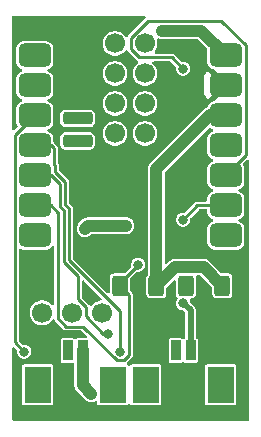
<source format=gbr>
%TF.GenerationSoftware,KiCad,Pcbnew,9.0.1*%
%TF.CreationDate,2025-06-09T01:02:34-04:00*%
%TF.ProjectId,Pneumatactors_1Xiao_PiezoPumps_2Valves,506e6575-6d61-4746-9163-746f72735f31,rev?*%
%TF.SameCoordinates,Original*%
%TF.FileFunction,Copper,L1,Top*%
%TF.FilePolarity,Positive*%
%FSLAX46Y46*%
G04 Gerber Fmt 4.6, Leading zero omitted, Abs format (unit mm)*
G04 Created by KiCad (PCBNEW 9.0.1) date 2025-06-09 01:02:34*
%MOMM*%
%LPD*%
G01*
G04 APERTURE LIST*
G04 Aperture macros list*
%AMRoundRect*
0 Rectangle with rounded corners*
0 $1 Rounding radius*
0 $2 $3 $4 $5 $6 $7 $8 $9 X,Y pos of 4 corners*
0 Add a 4 corners polygon primitive as box body*
4,1,4,$2,$3,$4,$5,$6,$7,$8,$9,$2,$3,0*
0 Add four circle primitives for the rounded corners*
1,1,$1+$1,$2,$3*
1,1,$1+$1,$4,$5*
1,1,$1+$1,$6,$7*
1,1,$1+$1,$8,$9*
0 Add four rect primitives between the rounded corners*
20,1,$1+$1,$2,$3,$4,$5,0*
20,1,$1+$1,$4,$5,$6,$7,0*
20,1,$1+$1,$6,$7,$8,$9,0*
20,1,$1+$1,$8,$9,$2,$3,0*%
G04 Aperture macros list end*
%TA.AperFunction,SMDPad,CuDef*%
%ADD10RoundRect,0.500000X-0.875000X-0.500000X0.875000X-0.500000X0.875000X0.500000X-0.875000X0.500000X0*%
%TD*%
%TA.AperFunction,SMDPad,CuDef*%
%ADD11RoundRect,0.275000X0.975000X0.275000X-0.975000X0.275000X-0.975000X-0.275000X0.975000X-0.275000X0*%
%TD*%
%TA.AperFunction,SMDPad,CuDef*%
%ADD12C,1.700000*%
%TD*%
%TA.AperFunction,SMDPad,CuDef*%
%ADD13R,0.812800X1.701800*%
%TD*%
%TA.AperFunction,SMDPad,CuDef*%
%ADD14R,2.209800X3.098800*%
%TD*%
%TA.AperFunction,SMDPad,CuDef*%
%ADD15RoundRect,0.250000X-0.400000X-0.625000X0.400000X-0.625000X0.400000X0.625000X-0.400000X0.625000X0*%
%TD*%
%TA.AperFunction,ComponentPad*%
%ADD16C,1.700000*%
%TD*%
%TA.AperFunction,ViaPad*%
%ADD17C,0.800000*%
%TD*%
%TA.AperFunction,Conductor*%
%ADD18C,0.500000*%
%TD*%
%TA.AperFunction,Conductor*%
%ADD19C,1.000000*%
%TD*%
%TA.AperFunction,Conductor*%
%ADD20C,0.250000*%
%TD*%
G04 APERTURE END LIST*
D10*
%TO.P,U1,1,PA02_A0_D0*%
%TO.N,unconnected-(U1-PA02_A0_D0-Pad1)*%
X32151500Y-56705500D03*
%TO.P,U1,2,PA4_A1_D1*%
%TO.N,unconnected-(U1-PA4_A1_D1-Pad2)*%
X32151500Y-59245500D03*
%TO.P,U1,3,PA10_A2_D2*%
%TO.N,V1*%
X32151500Y-61785500D03*
%TO.P,U1,4,PA11_A3_D3*%
%TO.N,V2*%
X32151500Y-64325500D03*
%TO.P,U1,5,PA8_A4_D4_SDA*%
%TO.N,SDA*%
X32151500Y-66865500D03*
%TO.P,U1,6,PA9_A5_D5_SCL*%
%TO.N,SCL*%
X32151500Y-69405500D03*
%TO.P,U1,7,PB08_A6_D6_TX*%
%TO.N,unconnected-(U1-PB08_A6_D6_TX-Pad7)*%
X32151500Y-71945500D03*
%TO.P,U1,8,PB09_A7_D7_RX*%
%TO.N,unconnected-(U1-PB09_A7_D7_RX-Pad8)*%
X48316500Y-71945500D03*
%TO.P,U1,9,PA7_A8_D8_SCK*%
%TO.N,P1_A*%
X48316500Y-69405500D03*
%TO.P,U1,10,PA5_A9_D9_MISO*%
%TO.N,P2_A*%
X48316500Y-66865500D03*
%TO.P,U1,11,PA6_A10_D10_MOSI*%
%TO.N,unconnected-(U1-PA6_A10_D10_MOSI-Pad11)*%
X48316500Y-64325500D03*
%TO.P,U1,12,3V3*%
%TO.N,3V3*%
X48316500Y-61785500D03*
%TO.P,U1,13,GND*%
%TO.N,GND*%
X48316500Y-59245500D03*
%TO.P,U1,14,5V*%
%TO.N,Net-(D1-K)*%
X48316500Y-56705500D03*
D11*
%TO.P,U1,15,5V*%
%TO.N,unconnected-(U1-5V-Pad15)*%
X35761500Y-63943500D03*
%TO.P,U1,16,GND*%
%TO.N,unconnected-(U1-GND-Pad16)*%
X35761500Y-62038500D03*
D12*
%TO.P,U1,17,PA31_SWDIO*%
%TO.N,unconnected-(U1-PA31_SWDIO-Pad17)*%
X38936500Y-55693500D03*
%TO.P,U1,18,PA30_SWCLK*%
%TO.N,unconnected-(U1-PA30_SWCLK-Pad18)*%
X41476500Y-55693500D03*
%TO.P,U1,19,RESET*%
%TO.N,unconnected-(U1-RESET-Pad19)*%
X38936500Y-58233500D03*
%TO.P,U1,20,GND*%
%TO.N,unconnected-(U1-GND-Pad20)*%
X41476500Y-58233500D03*
%TO.P,U1,21*%
%TO.N,N/C*%
X38936500Y-60773500D03*
%TO.P,U1,22*%
X41476500Y-60773500D03*
%TO.P,U1,23*%
X38936500Y-63313500D03*
%TO.P,U1,24*%
X41476500Y-63313500D03*
%TD*%
D13*
%TO.P,J5,1,Pin_1*%
%TO.N,Net-(D2-A)*%
X34935000Y-81682001D03*
%TO.P,J5,2,Pin_2*%
%TO.N,5V*%
X36185000Y-81682001D03*
D14*
%TO.P,J5,3*%
%TO.N,N/C*%
X38735000Y-84582000D03*
%TO.P,J5,4*%
X32385000Y-84582000D03*
%TD*%
D15*
%TO.P,R5,1*%
%TO.N,SDA*%
X44932000Y-76200000D03*
%TO.P,R5,2*%
%TO.N,3V3*%
X48032000Y-76200000D03*
%TD*%
%TO.P,R6,1*%
%TO.N,SCL*%
X39344000Y-76200000D03*
%TO.P,R6,2*%
%TO.N,3V3*%
X42444000Y-76200000D03*
%TD*%
D13*
%TO.P,J6,1,Pin_1*%
%TO.N,Net-(D3-A)*%
X44079000Y-81682001D03*
%TO.P,J6,2,Pin_2*%
%TO.N,5V*%
X45329000Y-81682001D03*
D14*
%TO.P,J6,3*%
%TO.N,N/C*%
X47879000Y-84582000D03*
%TO.P,J6,4*%
X41529000Y-84582000D03*
%TD*%
D16*
%TO.P,U2,1,VIN*%
%TO.N,BATTERY*%
X37846000Y-78486000D03*
%TO.P,U2,2,GND*%
%TO.N,GND*%
X35306000Y-78486000D03*
%TO.P,U2,3,VOUT*%
%TO.N,5V*%
X32766000Y-78486000D03*
%TD*%
D17*
%TO.N,GND*%
X46329600Y-57658000D03*
X46278800Y-60401200D03*
X46278800Y-73456800D03*
%TO.N,5V*%
X36386000Y-71374000D03*
X39878000Y-71120000D03*
X45329000Y-81682001D03*
X36929100Y-85348501D03*
X44704000Y-77675000D03*
%TO.N,Net-(D3-A)*%
X44079000Y-81682001D03*
%TO.N,P1_A*%
X44704000Y-70612000D03*
%TO.N,GND*%
X36576000Y-58166000D03*
X49530000Y-86868000D03*
X40386000Y-68326000D03*
X30683200Y-87071200D03*
X39878000Y-72644000D03*
X34036000Y-55118000D03*
X42672000Y-61976000D03*
X31496000Y-76454000D03*
X36576000Y-76708000D03*
X48869600Y-74218800D03*
X44450000Y-83820000D03*
%TO.N,P2_A*%
X44704000Y-57825000D03*
%TO.N,V1*%
X31242000Y-81788000D03*
%TO.N,V2*%
X39370000Y-81788000D03*
%TO.N,SDA*%
X44704000Y-76404000D03*
X38354000Y-80264000D03*
%TO.N,SCL*%
X32151500Y-69405500D03*
X40894000Y-74422000D03*
%TO.N,Net-(D1-K)*%
X42926000Y-54610000D03*
%TO.N,Net-(D2-A)*%
X34935000Y-81682001D03*
%TD*%
D18*
%TO.N,5V*%
X45329000Y-78300000D02*
X44704000Y-77675000D01*
D19*
X36185000Y-81682001D02*
X36185000Y-84604401D01*
X39878000Y-71120000D02*
X36640000Y-71120000D01*
X36640000Y-71120000D02*
X36386000Y-71374000D01*
X36185000Y-84604401D02*
X36929100Y-85348501D01*
D18*
X45329000Y-81682001D02*
X45329000Y-78300000D01*
D20*
%TO.N,P1_A*%
X44704000Y-70612000D02*
X45910500Y-69405500D01*
X45910500Y-69405500D02*
X48316500Y-69405500D01*
%TO.N,P2_A*%
X41722884Y-53784000D02*
X40300500Y-55206384D01*
X40300500Y-55206384D02*
X40300500Y-56180616D01*
X43748500Y-56869500D02*
X44704000Y-57825000D01*
X40300500Y-56180616D02*
X40989384Y-56869500D01*
X48326912Y-66865500D02*
X50017500Y-65174912D01*
X47945412Y-53784000D02*
X41722884Y-53784000D01*
X40989384Y-56869500D02*
X43748500Y-56869500D01*
X48316500Y-66865500D02*
X48326912Y-66865500D01*
X50017500Y-65174912D02*
X50017500Y-55856088D01*
X50017500Y-55856088D02*
X47945412Y-53784000D01*
%TO.N,V1*%
X32151500Y-61785500D02*
X32141088Y-61785500D01*
X30450500Y-63476088D02*
X30450500Y-80996500D01*
X30450500Y-80996500D02*
X31242000Y-81788000D01*
X32141088Y-61785500D02*
X30450500Y-63476088D01*
%TO.N,V2*%
X32151500Y-64325500D02*
X33526500Y-64325500D01*
X33782000Y-64581000D02*
X33782000Y-65945588D01*
X34741000Y-69344380D02*
X35032000Y-69635380D01*
X33782000Y-65945588D02*
X33852500Y-66016088D01*
X33852500Y-66553690D02*
X34741000Y-67442190D01*
X33852500Y-66016088D02*
X33852500Y-66553690D01*
X34741000Y-67442190D02*
X34741000Y-69344380D01*
X33526500Y-64325500D02*
X33782000Y-64581000D01*
X39370000Y-78346884D02*
X39370000Y-81788000D01*
X35032000Y-69635380D02*
X35032000Y-74008884D01*
X35032000Y-74008884D02*
X39370000Y-78346884D01*
%TO.N,SDA*%
X34581000Y-69822190D02*
X34581000Y-74195694D01*
X34290000Y-67629000D02*
X34290000Y-69531190D01*
X36482000Y-77998884D02*
X36482000Y-78785116D01*
X35793116Y-77310000D02*
X36482000Y-77998884D01*
X32151500Y-66865500D02*
X33526500Y-66865500D01*
X37960884Y-80264000D02*
X38354000Y-80264000D01*
X35793116Y-75407810D02*
X35793116Y-77310000D01*
X34290000Y-69531190D02*
X34581000Y-69822190D01*
X33526500Y-66865500D02*
X34290000Y-67629000D01*
X36482000Y-78785116D02*
X37960884Y-80264000D01*
X34581000Y-74195694D02*
X35793116Y-75407810D01*
%TO.N,SCL*%
X34818884Y-79662000D02*
X36217280Y-79662000D01*
X40096000Y-76952000D02*
X39344000Y-76200000D01*
X36217280Y-79662000D02*
X39069280Y-82514000D01*
X34130000Y-70009000D02*
X34130000Y-78973116D01*
X34130000Y-78973116D02*
X34818884Y-79662000D01*
X40096000Y-82088720D02*
X40096000Y-76952000D01*
X33526500Y-69405500D02*
X34130000Y-70009000D01*
X39670720Y-82514000D02*
X40096000Y-82088720D01*
X39069280Y-82514000D02*
X39670720Y-82514000D01*
X32151500Y-69405500D02*
X33526500Y-69405500D01*
X39344000Y-75972000D02*
X40894000Y-74422000D01*
X39344000Y-76200000D02*
X39344000Y-75972000D01*
D19*
%TO.N,3V3*%
X48316500Y-61785500D02*
X46941500Y-61785500D01*
X44020000Y-74624000D02*
X46456000Y-74624000D01*
X46941500Y-61785500D02*
X42444000Y-66283000D01*
X46456000Y-74624000D02*
X48032000Y-76200000D01*
X42444000Y-66283000D02*
X42444000Y-76200000D01*
X42444000Y-76200000D02*
X44020000Y-74624000D01*
%TO.N,Net-(D1-K)*%
X42926000Y-54610000D02*
X46221000Y-54610000D01*
X46221000Y-54610000D02*
X48316500Y-56705500D01*
%TD*%
%TA.AperFunction,Conductor*%
%TO.N,GND*%
G36*
X41473734Y-53360185D02*
G01*
X41519489Y-53412989D01*
X41529433Y-53482147D01*
X41500408Y-53545703D01*
X41494376Y-53552181D01*
X40040037Y-55006519D01*
X40040031Y-55006528D01*
X40001078Y-55073995D01*
X39950511Y-55122210D01*
X39881904Y-55135432D01*
X39817039Y-55109464D01*
X39790590Y-55080884D01*
X39752480Y-55023849D01*
X39752474Y-55023841D01*
X39606157Y-54877524D01*
X39490555Y-54800282D01*
X39434098Y-54762559D01*
X39242920Y-54683370D01*
X39242912Y-54683368D01*
X39039969Y-54643000D01*
X39039965Y-54643000D01*
X38833035Y-54643000D01*
X38833030Y-54643000D01*
X38630087Y-54683368D01*
X38630079Y-54683370D01*
X38438903Y-54762558D01*
X38266842Y-54877524D01*
X38120524Y-55023842D01*
X38005558Y-55195903D01*
X37926370Y-55387079D01*
X37926368Y-55387087D01*
X37886000Y-55590030D01*
X37886000Y-55796969D01*
X37909656Y-55915893D01*
X37926370Y-55999920D01*
X38005559Y-56191098D01*
X38046654Y-56252601D01*
X38120524Y-56363157D01*
X38266842Y-56509475D01*
X38266845Y-56509477D01*
X38438902Y-56624441D01*
X38630080Y-56703630D01*
X38833030Y-56743999D01*
X38833034Y-56744000D01*
X38833035Y-56744000D01*
X39039966Y-56744000D01*
X39039967Y-56743999D01*
X39242920Y-56703630D01*
X39434098Y-56624441D01*
X39606155Y-56509477D01*
X39752477Y-56363155D01*
X39790590Y-56306113D01*
X39844201Y-56261310D01*
X39913526Y-56252601D01*
X39976554Y-56282756D01*
X40001077Y-56313002D01*
X40040035Y-56380478D01*
X40789522Y-57129965D01*
X40856994Y-57168920D01*
X40905210Y-57219487D01*
X40918433Y-57288094D01*
X40892465Y-57352959D01*
X40863886Y-57379409D01*
X40806841Y-57417525D01*
X40660524Y-57563842D01*
X40545558Y-57735903D01*
X40466370Y-57927079D01*
X40466368Y-57927087D01*
X40426000Y-58130030D01*
X40426000Y-58336969D01*
X40466368Y-58539912D01*
X40466370Y-58539920D01*
X40545558Y-58731096D01*
X40660524Y-58903157D01*
X40806842Y-59049475D01*
X40806845Y-59049477D01*
X40978902Y-59164441D01*
X41170080Y-59243630D01*
X41373030Y-59283999D01*
X41373034Y-59284000D01*
X41373035Y-59284000D01*
X41579966Y-59284000D01*
X41579967Y-59283999D01*
X41782920Y-59243630D01*
X41974098Y-59164441D01*
X42146155Y-59049477D01*
X42292477Y-58903155D01*
X42407441Y-58731098D01*
X42425500Y-58687499D01*
X46441500Y-58687499D01*
X46441500Y-59803500D01*
X46452108Y-59922825D01*
X46452109Y-59922828D01*
X46508057Y-60118361D01*
X46602221Y-60298629D01*
X46730744Y-60456250D01*
X46742561Y-60465885D01*
X46742562Y-60465885D01*
X47962948Y-59245500D01*
X46742561Y-58025113D01*
X46730745Y-58034748D01*
X46602221Y-58192370D01*
X46508057Y-58372638D01*
X46452109Y-58568171D01*
X46452108Y-58568174D01*
X46441500Y-58687499D01*
X42425500Y-58687499D01*
X42486630Y-58539920D01*
X42527000Y-58336965D01*
X42527000Y-58130035D01*
X42486630Y-57927080D01*
X42407441Y-57735902D01*
X42292477Y-57563845D01*
X42292475Y-57563842D01*
X42146160Y-57417527D01*
X42142904Y-57414855D01*
X42103568Y-57357110D01*
X42101697Y-57287265D01*
X42137883Y-57227496D01*
X42200638Y-57196779D01*
X42221567Y-57195000D01*
X43562311Y-57195000D01*
X43629350Y-57214685D01*
X43649992Y-57231319D01*
X44067370Y-57648697D01*
X44100855Y-57710020D01*
X44102017Y-57737816D01*
X44103500Y-57737816D01*
X44103500Y-57745943D01*
X44103500Y-57904057D01*
X44141266Y-58045000D01*
X44144423Y-58056783D01*
X44144426Y-58056790D01*
X44223475Y-58193709D01*
X44223479Y-58193714D01*
X44223480Y-58193716D01*
X44335284Y-58305520D01*
X44335286Y-58305521D01*
X44335290Y-58305524D01*
X44451537Y-58372638D01*
X44472216Y-58384577D01*
X44624943Y-58425500D01*
X44624945Y-58425500D01*
X44783055Y-58425500D01*
X44783057Y-58425500D01*
X44935784Y-58384577D01*
X45072716Y-58305520D01*
X45184520Y-58193716D01*
X45263577Y-58056784D01*
X45304500Y-57904057D01*
X45304500Y-57745943D01*
X45263577Y-57593216D01*
X45206934Y-57495106D01*
X45184524Y-57456290D01*
X45184518Y-57456282D01*
X45072717Y-57344481D01*
X45072709Y-57344475D01*
X44935790Y-57265426D01*
X44935786Y-57265424D01*
X44935784Y-57265423D01*
X44783057Y-57224500D01*
X44624943Y-57224500D01*
X44616816Y-57224500D01*
X44616816Y-57221332D01*
X44562504Y-57212851D01*
X44527697Y-57188370D01*
X43948364Y-56609037D01*
X43948362Y-56609035D01*
X43911250Y-56587608D01*
X43874140Y-56566182D01*
X43832746Y-56555091D01*
X43791353Y-56544000D01*
X43791352Y-56544000D01*
X42403628Y-56544000D01*
X42336589Y-56524315D01*
X42290834Y-56471511D01*
X42280890Y-56402353D01*
X42300526Y-56351110D01*
X42407440Y-56191100D01*
X42407440Y-56191099D01*
X42407441Y-56191098D01*
X42486630Y-55999920D01*
X42527000Y-55796965D01*
X42527000Y-55590035D01*
X42488348Y-55395717D01*
X42494575Y-55326126D01*
X42537438Y-55270948D01*
X42603328Y-55247704D01*
X42657417Y-55256964D01*
X42721672Y-55283580D01*
X42721676Y-55283580D01*
X42721677Y-55283581D01*
X42857004Y-55310500D01*
X42857007Y-55310500D01*
X45879481Y-55310500D01*
X45946520Y-55330185D01*
X45967162Y-55346819D01*
X46704681Y-56084338D01*
X46738166Y-56145661D01*
X46741000Y-56172019D01*
X46741000Y-57262113D01*
X46747413Y-57332692D01*
X46747413Y-57332694D01*
X46747414Y-57332696D01*
X46753728Y-57352959D01*
X46798022Y-57495106D01*
X46886030Y-57640688D01*
X47006311Y-57760969D01*
X47006313Y-57760970D01*
X47006315Y-57760972D01*
X47151894Y-57848978D01*
X47299411Y-57894945D01*
X47350201Y-57925649D01*
X48405595Y-58981043D01*
X48439080Y-59042366D01*
X48434096Y-59112058D01*
X48405595Y-59156405D01*
X48316500Y-59245500D01*
X48405594Y-59334594D01*
X48439079Y-59395917D01*
X48434095Y-59465609D01*
X48405594Y-59509956D01*
X47350200Y-60565350D01*
X47299409Y-60596054D01*
X47151897Y-60642020D01*
X47006311Y-60730030D01*
X46886030Y-60850311D01*
X46798021Y-60995896D01*
X46782804Y-61044728D01*
X46782118Y-61045757D01*
X46782074Y-61046994D01*
X46762802Y-61074750D01*
X46744066Y-61102876D01*
X46742701Y-61103703D01*
X46742227Y-61104387D01*
X46711874Y-61122397D01*
X46684368Y-61133791D01*
X46684366Y-61133792D01*
X46637274Y-61153298D01*
X46609686Y-61164726D01*
X46599534Y-61171510D01*
X46599423Y-61171584D01*
X46494957Y-61241386D01*
X46494953Y-61241389D01*
X41899888Y-65836453D01*
X41899887Y-65836454D01*
X41823222Y-65951192D01*
X41770421Y-66078667D01*
X41770418Y-66078677D01*
X41743500Y-66214004D01*
X41743500Y-75182711D01*
X41723815Y-75249750D01*
X41719271Y-75256344D01*
X41641207Y-75362118D01*
X41641206Y-75362119D01*
X41596353Y-75490298D01*
X41596353Y-75490300D01*
X41593500Y-75520730D01*
X41593500Y-76879269D01*
X41596353Y-76909699D01*
X41596353Y-76909701D01*
X41641206Y-77037880D01*
X41641207Y-77037882D01*
X41721850Y-77147150D01*
X41831118Y-77227793D01*
X41873845Y-77242744D01*
X41959299Y-77272646D01*
X41989730Y-77275500D01*
X41989734Y-77275500D01*
X42898270Y-77275500D01*
X42928699Y-77272646D01*
X42928701Y-77272646D01*
X42992790Y-77250219D01*
X43056882Y-77227793D01*
X43166150Y-77147150D01*
X43246793Y-77037882D01*
X43269219Y-76973790D01*
X43291646Y-76909701D01*
X43291646Y-76909699D01*
X43294500Y-76879269D01*
X43294500Y-76391519D01*
X43314185Y-76324480D01*
X43330819Y-76303838D01*
X43869819Y-75764838D01*
X43931142Y-75731353D01*
X44000834Y-75736337D01*
X44056767Y-75778209D01*
X44081184Y-75843673D01*
X44081500Y-75852519D01*
X44081500Y-76879269D01*
X44084353Y-76909699D01*
X44084353Y-76909701D01*
X44129206Y-77037880D01*
X44129207Y-77037882D01*
X44209849Y-77147149D01*
X44215368Y-77154626D01*
X44214315Y-77155403D01*
X44243244Y-77208382D01*
X44238260Y-77278074D01*
X44226781Y-77298805D01*
X44227543Y-77299245D01*
X44144426Y-77443209D01*
X44144423Y-77443216D01*
X44103500Y-77595943D01*
X44103500Y-77754057D01*
X44141733Y-77896742D01*
X44144423Y-77906783D01*
X44144426Y-77906790D01*
X44223475Y-78043709D01*
X44223479Y-78043714D01*
X44223480Y-78043716D01*
X44335284Y-78155520D01*
X44335286Y-78155521D01*
X44335290Y-78155524D01*
X44449126Y-78221246D01*
X44472216Y-78234577D01*
X44624943Y-78275500D01*
X44624945Y-78275500D01*
X44632099Y-78276442D01*
X44653004Y-78285689D01*
X44675343Y-78290549D01*
X44691741Y-78302825D01*
X44695996Y-78304707D01*
X44703597Y-78311700D01*
X44842181Y-78450284D01*
X44875666Y-78511607D01*
X44878500Y-78537965D01*
X44878500Y-80553148D01*
X44858815Y-80620187D01*
X44823392Y-80656249D01*
X44772892Y-80689993D01*
X44706215Y-80710872D01*
X44638835Y-80692388D01*
X44635109Y-80689994D01*
X44563630Y-80642233D01*
X44563629Y-80642232D01*
X44505152Y-80630601D01*
X44505148Y-80630601D01*
X43652852Y-80630601D01*
X43652847Y-80630601D01*
X43594370Y-80642232D01*
X43594369Y-80642233D01*
X43528047Y-80686548D01*
X43483732Y-80752870D01*
X43483731Y-80752871D01*
X43472100Y-80811348D01*
X43472100Y-82552653D01*
X43483731Y-82611130D01*
X43483732Y-82611131D01*
X43528047Y-82677453D01*
X43594369Y-82721768D01*
X43594370Y-82721769D01*
X43652847Y-82733400D01*
X43652850Y-82733401D01*
X43652852Y-82733401D01*
X44505150Y-82733401D01*
X44505151Y-82733400D01*
X44524818Y-82729488D01*
X44563628Y-82721769D01*
X44563628Y-82721768D01*
X44563631Y-82721768D01*
X44629952Y-82677453D01*
X44629952Y-82677451D01*
X44635108Y-82674007D01*
X44701785Y-82653129D01*
X44769166Y-82671613D01*
X44772892Y-82674007D01*
X44778047Y-82677451D01*
X44778048Y-82677453D01*
X44844369Y-82721768D01*
X44844371Y-82721768D01*
X44844372Y-82721769D01*
X44844370Y-82721769D01*
X44902847Y-82733400D01*
X44902850Y-82733401D01*
X44902852Y-82733401D01*
X45755150Y-82733401D01*
X45755151Y-82733400D01*
X45769968Y-82730453D01*
X45813629Y-82721769D01*
X45813629Y-82721768D01*
X45813631Y-82721768D01*
X45879952Y-82677453D01*
X45924267Y-82611132D01*
X45924267Y-82611130D01*
X45924268Y-82611130D01*
X45935899Y-82552653D01*
X45935900Y-82552651D01*
X45935900Y-80811350D01*
X45935899Y-80811348D01*
X45924268Y-80752871D01*
X45924267Y-80752870D01*
X45879952Y-80686549D01*
X45834607Y-80656249D01*
X45789803Y-80602636D01*
X45779500Y-80553148D01*
X45779500Y-78240693D01*
X45779500Y-78240691D01*
X45748799Y-78126114D01*
X45701226Y-78043716D01*
X45689489Y-78023386D01*
X45689488Y-78023385D01*
X45689487Y-78023383D01*
X45340700Y-77674597D01*
X45332572Y-77660395D01*
X45322012Y-77650648D01*
X45314255Y-77628389D01*
X45308366Y-77618099D01*
X45304500Y-77603219D01*
X45304500Y-77595943D01*
X45263577Y-77443216D01*
X45262395Y-77441170D01*
X45259671Y-77430683D01*
X45260508Y-77404010D01*
X45257658Y-77377472D01*
X45261588Y-77369621D01*
X45261864Y-77360847D01*
X45276991Y-77338857D01*
X45288939Y-77314996D01*
X45296488Y-77310517D01*
X45301465Y-77303284D01*
X45326077Y-77292965D01*
X45349031Y-77279349D01*
X45362626Y-77277642D01*
X45365901Y-77276269D01*
X45369090Y-77276830D01*
X45379686Y-77275500D01*
X45386270Y-77275500D01*
X45416699Y-77272646D01*
X45416701Y-77272646D01*
X45480790Y-77250219D01*
X45544882Y-77227793D01*
X45654150Y-77147150D01*
X45734793Y-77037882D01*
X45757219Y-76973790D01*
X45779646Y-76909701D01*
X45779646Y-76909699D01*
X45782500Y-76879269D01*
X45782500Y-75520730D01*
X45779646Y-75490300D01*
X45779646Y-75490299D01*
X45779350Y-75489453D01*
X45779316Y-75488787D01*
X45778036Y-75482927D01*
X45779006Y-75482715D01*
X45777848Y-75460021D01*
X45773654Y-75430853D01*
X45776087Y-75425524D01*
X45775789Y-75419674D01*
X45790436Y-75394104D01*
X45802679Y-75367297D01*
X45807607Y-75364129D01*
X45810519Y-75359047D01*
X45836665Y-75345455D01*
X45861457Y-75329523D01*
X45869554Y-75328358D01*
X45872513Y-75326821D01*
X45896392Y-75324500D01*
X46114481Y-75324500D01*
X46181520Y-75344185D01*
X46202162Y-75360819D01*
X47145181Y-76303838D01*
X47178666Y-76365161D01*
X47181500Y-76391519D01*
X47181500Y-76879269D01*
X47184353Y-76909699D01*
X47184353Y-76909701D01*
X47229206Y-77037880D01*
X47229207Y-77037882D01*
X47309850Y-77147150D01*
X47419118Y-77227793D01*
X47461845Y-77242744D01*
X47547299Y-77272646D01*
X47577730Y-77275500D01*
X47577734Y-77275500D01*
X48486270Y-77275500D01*
X48516699Y-77272646D01*
X48516701Y-77272646D01*
X48580790Y-77250219D01*
X48644882Y-77227793D01*
X48754150Y-77147150D01*
X48834793Y-77037882D01*
X48857219Y-76973790D01*
X48879646Y-76909701D01*
X48879646Y-76909699D01*
X48882500Y-76879269D01*
X48882500Y-75520730D01*
X48879646Y-75490300D01*
X48879646Y-75490298D01*
X48836605Y-75367297D01*
X48834793Y-75362118D01*
X48754150Y-75252850D01*
X48644882Y-75172207D01*
X48644880Y-75172206D01*
X48516700Y-75127353D01*
X48486270Y-75124500D01*
X48486266Y-75124500D01*
X47998519Y-75124500D01*
X47931480Y-75104815D01*
X47910838Y-75088181D01*
X46902546Y-74079888D01*
X46902545Y-74079887D01*
X46787807Y-74003222D01*
X46660332Y-73950421D01*
X46660322Y-73950418D01*
X46524996Y-73923500D01*
X46524994Y-73923500D01*
X46524993Y-73923500D01*
X44088994Y-73923500D01*
X43951006Y-73923500D01*
X43951004Y-73923500D01*
X43815677Y-73950418D01*
X43815667Y-73950421D01*
X43688192Y-74003222D01*
X43573454Y-74079887D01*
X43573453Y-74079888D01*
X43356181Y-74297161D01*
X43294858Y-74330646D01*
X43225166Y-74325662D01*
X43169233Y-74283790D01*
X43144816Y-74218326D01*
X43144500Y-74209480D01*
X43144500Y-66624517D01*
X43164185Y-66557478D01*
X43180814Y-66536841D01*
X46856831Y-62860823D01*
X46918152Y-62827340D01*
X46987844Y-62832324D01*
X47008654Y-62842386D01*
X47151894Y-62928978D01*
X47151897Y-62928979D01*
X47151896Y-62928979D01*
X47178005Y-62937115D01*
X47236153Y-62975852D01*
X47264127Y-63039878D01*
X47253045Y-63108863D01*
X47206427Y-63160906D01*
X47178005Y-63173885D01*
X47151897Y-63182020D01*
X47006311Y-63270030D01*
X46886030Y-63390311D01*
X46798022Y-63535893D01*
X46747413Y-63698307D01*
X46741000Y-63768886D01*
X46741000Y-64882113D01*
X46747413Y-64952692D01*
X46798022Y-65115106D01*
X46886030Y-65260688D01*
X47006311Y-65380969D01*
X47006313Y-65380970D01*
X47006315Y-65380972D01*
X47151894Y-65468978D01*
X47151897Y-65468979D01*
X47151896Y-65468979D01*
X47178005Y-65477115D01*
X47236153Y-65515852D01*
X47264127Y-65579878D01*
X47253045Y-65648863D01*
X47206427Y-65700906D01*
X47178005Y-65713885D01*
X47151897Y-65722020D01*
X47006311Y-65810030D01*
X46886030Y-65930311D01*
X46798022Y-66075893D01*
X46747413Y-66238307D01*
X46741000Y-66308886D01*
X46741000Y-67422113D01*
X46747413Y-67492692D01*
X46747413Y-67492694D01*
X46747414Y-67492696D01*
X46798022Y-67655106D01*
X46863746Y-67763827D01*
X46886030Y-67800688D01*
X47006311Y-67920969D01*
X47006313Y-67920970D01*
X47006315Y-67920972D01*
X47151894Y-68008978D01*
X47151897Y-68008979D01*
X47151896Y-68008979D01*
X47178005Y-68017115D01*
X47236153Y-68055852D01*
X47264127Y-68119878D01*
X47253045Y-68188863D01*
X47206427Y-68240906D01*
X47178005Y-68253885D01*
X47151897Y-68262020D01*
X47006311Y-68350030D01*
X46886030Y-68470311D01*
X46798022Y-68615893D01*
X46747413Y-68778307D01*
X46741000Y-68848886D01*
X46741000Y-68956000D01*
X46721315Y-69023039D01*
X46668511Y-69068794D01*
X46617000Y-69080000D01*
X45960965Y-69080000D01*
X45960949Y-69079999D01*
X45953353Y-69079999D01*
X45867647Y-69079999D01*
X45834533Y-69088872D01*
X45784859Y-69102182D01*
X45784858Y-69102183D01*
X45710641Y-69145032D01*
X45710636Y-69145036D01*
X45650033Y-69205640D01*
X44880301Y-69975370D01*
X44818978Y-70008855D01*
X44791184Y-70010014D01*
X44791184Y-70011500D01*
X44624943Y-70011500D01*
X44472216Y-70052423D01*
X44472209Y-70052426D01*
X44335290Y-70131475D01*
X44335282Y-70131481D01*
X44223481Y-70243282D01*
X44223475Y-70243290D01*
X44144426Y-70380209D01*
X44144423Y-70380216D01*
X44103500Y-70532943D01*
X44103500Y-70691057D01*
X44133233Y-70802020D01*
X44144423Y-70843783D01*
X44144426Y-70843790D01*
X44223475Y-70980709D01*
X44223479Y-70980714D01*
X44223480Y-70980716D01*
X44335284Y-71092520D01*
X44335286Y-71092521D01*
X44335290Y-71092524D01*
X44445050Y-71155893D01*
X44472216Y-71171577D01*
X44624943Y-71212500D01*
X44624945Y-71212500D01*
X44783055Y-71212500D01*
X44783057Y-71212500D01*
X44935784Y-71171577D01*
X45072716Y-71092520D01*
X45184520Y-70980716D01*
X45263577Y-70843784D01*
X45304500Y-70691057D01*
X45304500Y-70532943D01*
X45304500Y-70524815D01*
X45307680Y-70524815D01*
X45316112Y-70470579D01*
X45340626Y-70435699D01*
X46009007Y-69767319D01*
X46070330Y-69733834D01*
X46096688Y-69731000D01*
X46617000Y-69731000D01*
X46684039Y-69750685D01*
X46729794Y-69803489D01*
X46741000Y-69855000D01*
X46741000Y-69962116D01*
X46742923Y-69983278D01*
X46747413Y-70032692D01*
X46747413Y-70032694D01*
X46747414Y-70032696D01*
X46798022Y-70195106D01*
X46858668Y-70295427D01*
X46886030Y-70340688D01*
X47006311Y-70460969D01*
X47006313Y-70460970D01*
X47006315Y-70460972D01*
X47151894Y-70548978D01*
X47151897Y-70548979D01*
X47151896Y-70548979D01*
X47178005Y-70557115D01*
X47236153Y-70595852D01*
X47264127Y-70659878D01*
X47253045Y-70728863D01*
X47206427Y-70780906D01*
X47178005Y-70793885D01*
X47151897Y-70802020D01*
X47006311Y-70890030D01*
X46886030Y-71010311D01*
X46798022Y-71155893D01*
X46747413Y-71318307D01*
X46741000Y-71388886D01*
X46741000Y-72502113D01*
X46747413Y-72572692D01*
X46747413Y-72572694D01*
X46747414Y-72572696D01*
X46798022Y-72735106D01*
X46858668Y-72835427D01*
X46886030Y-72880688D01*
X47006311Y-73000969D01*
X47006313Y-73000970D01*
X47006315Y-73000972D01*
X47151894Y-73088978D01*
X47314304Y-73139586D01*
X47384884Y-73146000D01*
X47384887Y-73146000D01*
X49248113Y-73146000D01*
X49248116Y-73146000D01*
X49318696Y-73139586D01*
X49481106Y-73088978D01*
X49626685Y-73000972D01*
X49746972Y-72880685D01*
X49834978Y-72735106D01*
X49885586Y-72572696D01*
X49892000Y-72502116D01*
X49892000Y-71388884D01*
X49885586Y-71318304D01*
X49834978Y-71155894D01*
X49746972Y-71010315D01*
X49746970Y-71010313D01*
X49746969Y-71010311D01*
X49626688Y-70890030D01*
X49550188Y-70843784D01*
X49481106Y-70802022D01*
X49454993Y-70793885D01*
X49396846Y-70755148D01*
X49368872Y-70691123D01*
X49379953Y-70622138D01*
X49426572Y-70570095D01*
X49454992Y-70557115D01*
X49481106Y-70548978D01*
X49626685Y-70460972D01*
X49746972Y-70340685D01*
X49834978Y-70195106D01*
X49885586Y-70032696D01*
X49892000Y-69962116D01*
X49892000Y-68848884D01*
X49885586Y-68778304D01*
X49834978Y-68615894D01*
X49746972Y-68470315D01*
X49746970Y-68470313D01*
X49746969Y-68470311D01*
X49626688Y-68350030D01*
X49626685Y-68350028D01*
X49481106Y-68262022D01*
X49454993Y-68253885D01*
X49396846Y-68215148D01*
X49368872Y-68151123D01*
X49379953Y-68082138D01*
X49426572Y-68030095D01*
X49454992Y-68017115D01*
X49481106Y-68008978D01*
X49626685Y-67920972D01*
X49746972Y-67800685D01*
X49834978Y-67655106D01*
X49885586Y-67492696D01*
X49892000Y-67422116D01*
X49892000Y-66308884D01*
X49885586Y-66238304D01*
X49834978Y-66075894D01*
X49787980Y-65998151D01*
X49770145Y-65930597D01*
X49791663Y-65864123D01*
X49806412Y-65846326D01*
X50079819Y-65572920D01*
X50141142Y-65539435D01*
X50210834Y-65544419D01*
X50266767Y-65586291D01*
X50291184Y-65651755D01*
X50291500Y-65660601D01*
X50291500Y-87505500D01*
X50271815Y-87572539D01*
X50219011Y-87618294D01*
X50167500Y-87629500D01*
X30350500Y-87629500D01*
X30283461Y-87609815D01*
X30237706Y-87557011D01*
X30226500Y-87505500D01*
X30226500Y-83012847D01*
X31079600Y-83012847D01*
X31079600Y-86151152D01*
X31091231Y-86209629D01*
X31091232Y-86209630D01*
X31135547Y-86275952D01*
X31201869Y-86320267D01*
X31201870Y-86320268D01*
X31260347Y-86331899D01*
X31260350Y-86331900D01*
X31260352Y-86331900D01*
X33509650Y-86331900D01*
X33509651Y-86331899D01*
X33524468Y-86328952D01*
X33568129Y-86320268D01*
X33568129Y-86320267D01*
X33568131Y-86320267D01*
X33634452Y-86275952D01*
X33678767Y-86209631D01*
X33678767Y-86209629D01*
X33678768Y-86209629D01*
X33690399Y-86151152D01*
X33690400Y-86151150D01*
X33690400Y-83012849D01*
X33690399Y-83012847D01*
X33678768Y-82954370D01*
X33678767Y-82954369D01*
X33634452Y-82888047D01*
X33568130Y-82843732D01*
X33568129Y-82843731D01*
X33509652Y-82832100D01*
X33509648Y-82832100D01*
X31260352Y-82832100D01*
X31260347Y-82832100D01*
X31201870Y-82843731D01*
X31201869Y-82843732D01*
X31135547Y-82888047D01*
X31091232Y-82954369D01*
X31091231Y-82954370D01*
X31079600Y-83012847D01*
X30226500Y-83012847D01*
X30226500Y-81532189D01*
X30246185Y-81465150D01*
X30298989Y-81419395D01*
X30368147Y-81409451D01*
X30431703Y-81438476D01*
X30438181Y-81444508D01*
X30605370Y-81611697D01*
X30638855Y-81673020D01*
X30640017Y-81700816D01*
X30641500Y-81700816D01*
X30641500Y-81867056D01*
X30682423Y-82019783D01*
X30682426Y-82019790D01*
X30761475Y-82156709D01*
X30761479Y-82156714D01*
X30761480Y-82156716D01*
X30873284Y-82268520D01*
X30873286Y-82268521D01*
X30873290Y-82268524D01*
X31010209Y-82347573D01*
X31010216Y-82347577D01*
X31162943Y-82388500D01*
X31162945Y-82388500D01*
X31321055Y-82388500D01*
X31321057Y-82388500D01*
X31473784Y-82347577D01*
X31610716Y-82268520D01*
X31722520Y-82156716D01*
X31801577Y-82019784D01*
X31842500Y-81867057D01*
X31842500Y-81708943D01*
X31801577Y-81556216D01*
X31787705Y-81532189D01*
X31722524Y-81419290D01*
X31722518Y-81419282D01*
X31610717Y-81307481D01*
X31610709Y-81307475D01*
X31473790Y-81228426D01*
X31473786Y-81228424D01*
X31473784Y-81228423D01*
X31321057Y-81187500D01*
X31162943Y-81187500D01*
X31154816Y-81187500D01*
X31154816Y-81184332D01*
X31100504Y-81175851D01*
X31065697Y-81151370D01*
X30812319Y-80897992D01*
X30778834Y-80836669D01*
X30776000Y-80810311D01*
X30776000Y-73181345D01*
X30795685Y-73114306D01*
X30848489Y-73068551D01*
X30917647Y-73058607D01*
X30964149Y-73075228D01*
X30986894Y-73088978D01*
X31149304Y-73139586D01*
X31219884Y-73146000D01*
X31219887Y-73146000D01*
X33083113Y-73146000D01*
X33083116Y-73146000D01*
X33153696Y-73139586D01*
X33316106Y-73088978D01*
X33461685Y-73000972D01*
X33581972Y-72880685D01*
X33581973Y-72880682D01*
X33582885Y-72879520D01*
X33583772Y-72878885D01*
X33587276Y-72875382D01*
X33587858Y-72875964D01*
X33639722Y-72838884D01*
X33709506Y-72835427D01*
X33770081Y-72870248D01*
X33802215Y-72932290D01*
X33804500Y-72955987D01*
X33804500Y-77740932D01*
X33784815Y-77807971D01*
X33732011Y-77853726D01*
X33662853Y-77863670D01*
X33599297Y-77834645D01*
X33584650Y-77819601D01*
X33581975Y-77816342D01*
X33435657Y-77670024D01*
X33324786Y-77595943D01*
X33263598Y-77555059D01*
X33154483Y-77509862D01*
X33072420Y-77475870D01*
X33072412Y-77475868D01*
X32869469Y-77435500D01*
X32869465Y-77435500D01*
X32662535Y-77435500D01*
X32662530Y-77435500D01*
X32459587Y-77475868D01*
X32459579Y-77475870D01*
X32268403Y-77555058D01*
X32096342Y-77670024D01*
X31950024Y-77816342D01*
X31835058Y-77988403D01*
X31755870Y-78179579D01*
X31755868Y-78179587D01*
X31715500Y-78382530D01*
X31715500Y-78589469D01*
X31755868Y-78792412D01*
X31755870Y-78792420D01*
X31821939Y-78951925D01*
X31835059Y-78983598D01*
X31876154Y-79045101D01*
X31950024Y-79155657D01*
X32096342Y-79301975D01*
X32096345Y-79301977D01*
X32268402Y-79416941D01*
X32459580Y-79496130D01*
X32662530Y-79536499D01*
X32662534Y-79536500D01*
X32662535Y-79536500D01*
X32869466Y-79536500D01*
X32869467Y-79536499D01*
X33072420Y-79496130D01*
X33263598Y-79416941D01*
X33435655Y-79301977D01*
X33581977Y-79155655D01*
X33620090Y-79098613D01*
X33673701Y-79053810D01*
X33743026Y-79045101D01*
X33806054Y-79075256D01*
X33830577Y-79105502D01*
X33869535Y-79172978D01*
X34619022Y-79922465D01*
X34693245Y-79965318D01*
X34776031Y-79987500D01*
X34861737Y-79987500D01*
X36031091Y-79987500D01*
X36098130Y-80007185D01*
X36118772Y-80023819D01*
X36513873Y-80418920D01*
X36547358Y-80480243D01*
X36542374Y-80549935D01*
X36500502Y-80605868D01*
X36435038Y-80630285D01*
X36426192Y-80630601D01*
X35758847Y-80630601D01*
X35700370Y-80642232D01*
X35700369Y-80642233D01*
X35628891Y-80689994D01*
X35562214Y-80710872D01*
X35494833Y-80692388D01*
X35491109Y-80689994D01*
X35419630Y-80642233D01*
X35419629Y-80642232D01*
X35361152Y-80630601D01*
X35361148Y-80630601D01*
X34508852Y-80630601D01*
X34508847Y-80630601D01*
X34450370Y-80642232D01*
X34450369Y-80642233D01*
X34384047Y-80686548D01*
X34339732Y-80752870D01*
X34339731Y-80752871D01*
X34328100Y-80811348D01*
X34328100Y-82552653D01*
X34339731Y-82611130D01*
X34339732Y-82611131D01*
X34384047Y-82677453D01*
X34450369Y-82721768D01*
X34450370Y-82721769D01*
X34508847Y-82733400D01*
X34508850Y-82733401D01*
X35360500Y-82733401D01*
X35427539Y-82753086D01*
X35473294Y-82805890D01*
X35484500Y-82857401D01*
X35484500Y-84535407D01*
X35484500Y-84673395D01*
X35484500Y-84673397D01*
X35484499Y-84673397D01*
X35511418Y-84808723D01*
X35511421Y-84808733D01*
X35564222Y-84936208D01*
X35640887Y-85050946D01*
X35640888Y-85050947D01*
X36482553Y-85892611D01*
X36482556Y-85892614D01*
X36597282Y-85969271D01*
X36597286Y-85969273D01*
X36597289Y-85969275D01*
X36724771Y-86022081D01*
X36860106Y-86049000D01*
X36860108Y-86049000D01*
X36998095Y-86049000D01*
X36998096Y-86048999D01*
X37133428Y-86022081D01*
X37258147Y-85970420D01*
X37327616Y-85962951D01*
X37390096Y-85994226D01*
X37425748Y-86054315D01*
X37429600Y-86084981D01*
X37429600Y-86151152D01*
X37441231Y-86209629D01*
X37441232Y-86209630D01*
X37485547Y-86275952D01*
X37551869Y-86320267D01*
X37551870Y-86320268D01*
X37610347Y-86331899D01*
X37610350Y-86331900D01*
X37610352Y-86331900D01*
X39859650Y-86331900D01*
X39859651Y-86331899D01*
X39874468Y-86328952D01*
X39918129Y-86320268D01*
X39918129Y-86320267D01*
X39918131Y-86320267D01*
X39984452Y-86275952D01*
X40028767Y-86209631D01*
X40028766Y-86209631D01*
X40028898Y-86209435D01*
X40082510Y-86164630D01*
X40151835Y-86155923D01*
X40214863Y-86186078D01*
X40235102Y-86209435D01*
X40279547Y-86275952D01*
X40345869Y-86320267D01*
X40345870Y-86320268D01*
X40404347Y-86331899D01*
X40404350Y-86331900D01*
X40404352Y-86331900D01*
X42653650Y-86331900D01*
X42653651Y-86331899D01*
X42668468Y-86328952D01*
X42712129Y-86320268D01*
X42712129Y-86320267D01*
X42712131Y-86320267D01*
X42778452Y-86275952D01*
X42822767Y-86209631D01*
X42822767Y-86209629D01*
X42822768Y-86209629D01*
X42834399Y-86151152D01*
X42834400Y-86151150D01*
X42834400Y-83012849D01*
X42834399Y-83012847D01*
X46573600Y-83012847D01*
X46573600Y-86151152D01*
X46585231Y-86209629D01*
X46585232Y-86209630D01*
X46629547Y-86275952D01*
X46695869Y-86320267D01*
X46695870Y-86320268D01*
X46754347Y-86331899D01*
X46754350Y-86331900D01*
X46754352Y-86331900D01*
X49003650Y-86331900D01*
X49003651Y-86331899D01*
X49018468Y-86328952D01*
X49062129Y-86320268D01*
X49062129Y-86320267D01*
X49062131Y-86320267D01*
X49128452Y-86275952D01*
X49172767Y-86209631D01*
X49172767Y-86209629D01*
X49172768Y-86209629D01*
X49184399Y-86151152D01*
X49184400Y-86151150D01*
X49184400Y-83012849D01*
X49184399Y-83012847D01*
X49172768Y-82954370D01*
X49172767Y-82954369D01*
X49128452Y-82888047D01*
X49062130Y-82843732D01*
X49062129Y-82843731D01*
X49003652Y-82832100D01*
X49003648Y-82832100D01*
X46754352Y-82832100D01*
X46754347Y-82832100D01*
X46695870Y-82843731D01*
X46695869Y-82843732D01*
X46629547Y-82888047D01*
X46585232Y-82954369D01*
X46585231Y-82954370D01*
X46573600Y-83012847D01*
X42834399Y-83012847D01*
X42822768Y-82954370D01*
X42822767Y-82954369D01*
X42778452Y-82888047D01*
X42712130Y-82843732D01*
X42712129Y-82843731D01*
X42653652Y-82832100D01*
X42653648Y-82832100D01*
X40404352Y-82832100D01*
X40404347Y-82832100D01*
X40345870Y-82843731D01*
X40345869Y-82843732D01*
X40279548Y-82888047D01*
X40235102Y-82954565D01*
X40214624Y-82971678D01*
X40196709Y-82991450D01*
X40188228Y-82993737D01*
X40181489Y-82999369D01*
X40155017Y-83002693D01*
X40129250Y-83009643D01*
X40120877Y-83006981D01*
X40112164Y-83008076D01*
X40088094Y-82996560D01*
X40062664Y-82988476D01*
X40054899Y-82980677D01*
X40049137Y-82977921D01*
X40036509Y-82964777D01*
X40029045Y-82955766D01*
X40028767Y-82954369D01*
X39984452Y-82888048D01*
X39958683Y-82870829D01*
X39947134Y-82856888D01*
X39940193Y-82840752D01*
X39928929Y-82827274D01*
X39926674Y-82809323D01*
X39919526Y-82792705D01*
X39922410Y-82775377D01*
X39920222Y-82757949D01*
X39928029Y-82741629D01*
X39931001Y-82723784D01*
X39942795Y-82710766D01*
X39950377Y-82694921D01*
X39954932Y-82690114D01*
X40285655Y-82359389D01*
X40285660Y-82359386D01*
X40295860Y-82349185D01*
X40295862Y-82349185D01*
X40356465Y-82288582D01*
X40385380Y-82238500D01*
X40399318Y-82214359D01*
X40421501Y-82131573D01*
X40421501Y-82045867D01*
X40421501Y-82038272D01*
X40421500Y-82038254D01*
X40421500Y-77015367D01*
X40421500Y-76994856D01*
X40421501Y-76994853D01*
X40421501Y-76909147D01*
X40399318Y-76826362D01*
X40396092Y-76820775D01*
X40384985Y-76801536D01*
X40356469Y-76752144D01*
X40356466Y-76752140D01*
X40356465Y-76752138D01*
X40295862Y-76691535D01*
X40295861Y-76691534D01*
X40291536Y-76687209D01*
X40291525Y-76687199D01*
X40230818Y-76626491D01*
X40197334Y-76565167D01*
X40194500Y-76538810D01*
X40194500Y-75633188D01*
X40214185Y-75566149D01*
X40230815Y-75545511D01*
X40717698Y-75058627D01*
X40779019Y-75025144D01*
X40806815Y-75023991D01*
X40806815Y-75022500D01*
X40973055Y-75022500D01*
X40973057Y-75022500D01*
X41125784Y-74981577D01*
X41262716Y-74902520D01*
X41374520Y-74790716D01*
X41453577Y-74653784D01*
X41494500Y-74501057D01*
X41494500Y-74342943D01*
X41453577Y-74190216D01*
X41389880Y-74079888D01*
X41374524Y-74053290D01*
X41374518Y-74053282D01*
X41262717Y-73941481D01*
X41262709Y-73941475D01*
X41125790Y-73862426D01*
X41125786Y-73862424D01*
X41125784Y-73862423D01*
X40973057Y-73821500D01*
X40814943Y-73821500D01*
X40662216Y-73862423D01*
X40662209Y-73862426D01*
X40525290Y-73941475D01*
X40525282Y-73941481D01*
X40413481Y-74053282D01*
X40413475Y-74053290D01*
X40334426Y-74190209D01*
X40334423Y-74190216D01*
X40293500Y-74342943D01*
X40293500Y-74509184D01*
X40290329Y-74509184D01*
X40281860Y-74563474D01*
X40257370Y-74598301D01*
X39767492Y-75088181D01*
X39706169Y-75121666D01*
X39679811Y-75124500D01*
X38889730Y-75124500D01*
X38859300Y-75127353D01*
X38859298Y-75127353D01*
X38731119Y-75172206D01*
X38731117Y-75172207D01*
X38621850Y-75252850D01*
X38541207Y-75362117D01*
X38541206Y-75362119D01*
X38496353Y-75490298D01*
X38496353Y-75490300D01*
X38493500Y-75520730D01*
X38493500Y-76710695D01*
X38473815Y-76777734D01*
X38421011Y-76823489D01*
X38351853Y-76833433D01*
X38288297Y-76804408D01*
X38281819Y-76798376D01*
X35393819Y-73910376D01*
X35360334Y-73849053D01*
X35357500Y-73822695D01*
X35357500Y-71442996D01*
X35685499Y-71442996D01*
X35712418Y-71578322D01*
X35712421Y-71578332D01*
X35765222Y-71705807D01*
X35841887Y-71820545D01*
X35939454Y-71918112D01*
X36054192Y-71994777D01*
X36181667Y-72047578D01*
X36181672Y-72047580D01*
X36181676Y-72047580D01*
X36181677Y-72047581D01*
X36317003Y-72074500D01*
X36317006Y-72074500D01*
X36454996Y-72074500D01*
X36546040Y-72056389D01*
X36590328Y-72047580D01*
X36654069Y-72021177D01*
X36717807Y-71994777D01*
X36717808Y-71994776D01*
X36717811Y-71994775D01*
X36832543Y-71918114D01*
X36893839Y-71856817D01*
X36955160Y-71823334D01*
X36981519Y-71820500D01*
X39946995Y-71820500D01*
X40038041Y-71802389D01*
X40082328Y-71793580D01*
X40209811Y-71740775D01*
X40324542Y-71664114D01*
X40422114Y-71566542D01*
X40498775Y-71451811D01*
X40551580Y-71324328D01*
X40573824Y-71212500D01*
X40578500Y-71188995D01*
X40578500Y-71051004D01*
X40551581Y-70915677D01*
X40551580Y-70915676D01*
X40551580Y-70915672D01*
X40501135Y-70793886D01*
X40498778Y-70788195D01*
X40498771Y-70788182D01*
X40422114Y-70673458D01*
X40422111Y-70673454D01*
X40324545Y-70575888D01*
X40324541Y-70575885D01*
X40209817Y-70499228D01*
X40209804Y-70499221D01*
X40082332Y-70446421D01*
X40082322Y-70446418D01*
X39946995Y-70419500D01*
X39946993Y-70419500D01*
X36571007Y-70419500D01*
X36571005Y-70419500D01*
X36508621Y-70431909D01*
X36477429Y-70438114D01*
X36443976Y-70444768D01*
X36435670Y-70446420D01*
X36308190Y-70499224D01*
X36193454Y-70575887D01*
X35841887Y-70927454D01*
X35765222Y-71042192D01*
X35712421Y-71169667D01*
X35712418Y-71169677D01*
X35685500Y-71305003D01*
X35685500Y-71305006D01*
X35685500Y-71442994D01*
X35685500Y-71442996D01*
X35685499Y-71442996D01*
X35357500Y-71442996D01*
X35357500Y-69592529D01*
X35357500Y-69592527D01*
X35341051Y-69531138D01*
X35335318Y-69509741D01*
X35292465Y-69435518D01*
X35102819Y-69245872D01*
X35069334Y-69184549D01*
X35066500Y-69158191D01*
X35066500Y-67495045D01*
X35066501Y-67495032D01*
X35066501Y-67399338D01*
X35066501Y-67399337D01*
X35044318Y-67316551D01*
X35022891Y-67279440D01*
X35001465Y-67242328D01*
X34940862Y-67181725D01*
X34940859Y-67181723D01*
X34214319Y-66455182D01*
X34180834Y-66393859D01*
X34178000Y-66367501D01*
X34178000Y-65973237D01*
X34178000Y-65973235D01*
X34155818Y-65890450D01*
X34155818Y-65890449D01*
X34124113Y-65835534D01*
X34107500Y-65773534D01*
X34107500Y-64633855D01*
X34107501Y-64633842D01*
X34107501Y-64538149D01*
X34107501Y-64538148D01*
X34085318Y-64455362D01*
X34081487Y-64448726D01*
X34042465Y-64381138D01*
X33981862Y-64320535D01*
X33981860Y-64320533D01*
X33763319Y-64101992D01*
X33729834Y-64040669D01*
X33727000Y-64014311D01*
X33727000Y-63768886D01*
X33727000Y-63768884D01*
X33720586Y-63698304D01*
X33697120Y-63622998D01*
X34311000Y-63622998D01*
X34311000Y-64263981D01*
X34311001Y-64263990D01*
X34317087Y-64320614D01*
X34364872Y-64448726D01*
X34446813Y-64558187D01*
X34556274Y-64640128D01*
X34684386Y-64687912D01*
X34741015Y-64694000D01*
X36781984Y-64693999D01*
X36838614Y-64687912D01*
X36966726Y-64640128D01*
X37076187Y-64558187D01*
X37158128Y-64448726D01*
X37205912Y-64320614D01*
X37208187Y-64299444D01*
X37211999Y-64264001D01*
X37211999Y-64263990D01*
X37212000Y-64263985D01*
X37211999Y-63623016D01*
X37205912Y-63566386D01*
X37158128Y-63438274D01*
X37076187Y-63328813D01*
X37005939Y-63276226D01*
X36966730Y-63246874D01*
X36966727Y-63246873D01*
X36966726Y-63246872D01*
X36867950Y-63210030D01*
X37886000Y-63210030D01*
X37886000Y-63416969D01*
X37926368Y-63619912D01*
X37926370Y-63619920D01*
X38005558Y-63811096D01*
X38120524Y-63983157D01*
X38266842Y-64129475D01*
X38266845Y-64129477D01*
X38438902Y-64244441D01*
X38630080Y-64323630D01*
X38833030Y-64363999D01*
X38833034Y-64364000D01*
X38833035Y-64364000D01*
X39039966Y-64364000D01*
X39039967Y-64363999D01*
X39242920Y-64323630D01*
X39434098Y-64244441D01*
X39606155Y-64129477D01*
X39752477Y-63983155D01*
X39867441Y-63811098D01*
X39946630Y-63619920D01*
X39987000Y-63416965D01*
X39987000Y-63210035D01*
X39986999Y-63210030D01*
X40426000Y-63210030D01*
X40426000Y-63416969D01*
X40466368Y-63619912D01*
X40466370Y-63619920D01*
X40545558Y-63811096D01*
X40660524Y-63983157D01*
X40806842Y-64129475D01*
X40806845Y-64129477D01*
X40978902Y-64244441D01*
X41170080Y-64323630D01*
X41373030Y-64363999D01*
X41373034Y-64364000D01*
X41373035Y-64364000D01*
X41579966Y-64364000D01*
X41579967Y-64363999D01*
X41782920Y-64323630D01*
X41974098Y-64244441D01*
X42146155Y-64129477D01*
X42292477Y-63983155D01*
X42407441Y-63811098D01*
X42486630Y-63619920D01*
X42527000Y-63416965D01*
X42527000Y-63210035D01*
X42486630Y-63007080D01*
X42407441Y-62815902D01*
X42292477Y-62643845D01*
X42292475Y-62643842D01*
X42146157Y-62497524D01*
X42060126Y-62440041D01*
X41974098Y-62382559D01*
X41917224Y-62359001D01*
X41782920Y-62303370D01*
X41782912Y-62303368D01*
X41579969Y-62263000D01*
X41579965Y-62263000D01*
X41373035Y-62263000D01*
X41373030Y-62263000D01*
X41170087Y-62303368D01*
X41170079Y-62303370D01*
X40978903Y-62382558D01*
X40806842Y-62497524D01*
X40660524Y-62643842D01*
X40545558Y-62815903D01*
X40466370Y-63007079D01*
X40466368Y-63007087D01*
X40426000Y-63210030D01*
X39986999Y-63210030D01*
X39946630Y-63007080D01*
X39867441Y-62815902D01*
X39752477Y-62643845D01*
X39752475Y-62643842D01*
X39606157Y-62497524D01*
X39520126Y-62440041D01*
X39434098Y-62382559D01*
X39377224Y-62359001D01*
X39242920Y-62303370D01*
X39242912Y-62303368D01*
X39039969Y-62263000D01*
X39039965Y-62263000D01*
X38833035Y-62263000D01*
X38833030Y-62263000D01*
X38630087Y-62303368D01*
X38630079Y-62303370D01*
X38438903Y-62382558D01*
X38266842Y-62497524D01*
X38120524Y-62643842D01*
X38005558Y-62815903D01*
X37926370Y-63007079D01*
X37926368Y-63007087D01*
X37886000Y-63210030D01*
X36867950Y-63210030D01*
X36838614Y-63199088D01*
X36838612Y-63199087D01*
X36838610Y-63199087D01*
X36781993Y-63193000D01*
X34741018Y-63193000D01*
X34741009Y-63193001D01*
X34684385Y-63199087D01*
X34556273Y-63246872D01*
X34446813Y-63328813D01*
X34364873Y-63438271D01*
X34364872Y-63438274D01*
X34328462Y-63535893D01*
X34317087Y-63566389D01*
X34311000Y-63622998D01*
X33697120Y-63622998D01*
X33669978Y-63535894D01*
X33581972Y-63390315D01*
X33581970Y-63390313D01*
X33581969Y-63390311D01*
X33461688Y-63270030D01*
X33461685Y-63270028D01*
X33316106Y-63182022D01*
X33289993Y-63173885D01*
X33231846Y-63135148D01*
X33203872Y-63071123D01*
X33214953Y-63002138D01*
X33261572Y-62950095D01*
X33289992Y-62937115D01*
X33316106Y-62928978D01*
X33461685Y-62840972D01*
X33581972Y-62720685D01*
X33669978Y-62575106D01*
X33720586Y-62412696D01*
X33727000Y-62342116D01*
X33727000Y-61717998D01*
X34311000Y-61717998D01*
X34311000Y-62358981D01*
X34311001Y-62358990D01*
X34317087Y-62415614D01*
X34347639Y-62497523D01*
X34364872Y-62543726D01*
X34446813Y-62653187D01*
X34534677Y-62718961D01*
X34553376Y-62732959D01*
X34556274Y-62735128D01*
X34684386Y-62782912D01*
X34741015Y-62789000D01*
X36781984Y-62788999D01*
X36838614Y-62782912D01*
X36966726Y-62735128D01*
X37076187Y-62653187D01*
X37158128Y-62543726D01*
X37205912Y-62415614D01*
X37209466Y-62382558D01*
X37211999Y-62359001D01*
X37211999Y-62358990D01*
X37212000Y-62358985D01*
X37211999Y-61718016D01*
X37205912Y-61661386D01*
X37158128Y-61533274D01*
X37076187Y-61423813D01*
X37010411Y-61374574D01*
X36966728Y-61341873D01*
X36966726Y-61341872D01*
X36838614Y-61294088D01*
X36838612Y-61294087D01*
X36838610Y-61294087D01*
X36781993Y-61288000D01*
X34741018Y-61288000D01*
X34741009Y-61288001D01*
X34684385Y-61294087D01*
X34556273Y-61341872D01*
X34446813Y-61423813D01*
X34364873Y-61533271D01*
X34317087Y-61661389D01*
X34311000Y-61717998D01*
X33727000Y-61717998D01*
X33727000Y-61228884D01*
X33720586Y-61158304D01*
X33669978Y-60995894D01*
X33581972Y-60850315D01*
X33581970Y-60850313D01*
X33581969Y-60850311D01*
X33461688Y-60730030D01*
X33461685Y-60730028D01*
X33362437Y-60670030D01*
X37886000Y-60670030D01*
X37886000Y-60876969D01*
X37926368Y-61079912D01*
X37926370Y-61079920D01*
X38005559Y-61271098D01*
X38052848Y-61341872D01*
X38120524Y-61443157D01*
X38266842Y-61589475D01*
X38266845Y-61589477D01*
X38438902Y-61704441D01*
X38630080Y-61783630D01*
X38833030Y-61823999D01*
X38833034Y-61824000D01*
X38833035Y-61824000D01*
X39039966Y-61824000D01*
X39039967Y-61823999D01*
X39242920Y-61783630D01*
X39434098Y-61704441D01*
X39606155Y-61589477D01*
X39752477Y-61443155D01*
X39867441Y-61271098D01*
X39946630Y-61079920D01*
X39987000Y-60876965D01*
X39987000Y-60670035D01*
X39986999Y-60670030D01*
X40426000Y-60670030D01*
X40426000Y-60876969D01*
X40466368Y-61079912D01*
X40466370Y-61079920D01*
X40545559Y-61271098D01*
X40592848Y-61341872D01*
X40660524Y-61443157D01*
X40806842Y-61589475D01*
X40806845Y-61589477D01*
X40978902Y-61704441D01*
X41170080Y-61783630D01*
X41373030Y-61823999D01*
X41373034Y-61824000D01*
X41373035Y-61824000D01*
X41579966Y-61824000D01*
X41579967Y-61823999D01*
X41782920Y-61783630D01*
X41974098Y-61704441D01*
X42146155Y-61589477D01*
X42292477Y-61443155D01*
X42407441Y-61271098D01*
X42486630Y-61079920D01*
X42527000Y-60876965D01*
X42527000Y-60670035D01*
X42486630Y-60467080D01*
X42407441Y-60275902D01*
X42292477Y-60103845D01*
X42292475Y-60103842D01*
X42146157Y-59957524D01*
X42060126Y-59900041D01*
X41974098Y-59842559D01*
X41876453Y-59802113D01*
X41782920Y-59763370D01*
X41782912Y-59763368D01*
X41579969Y-59723000D01*
X41579965Y-59723000D01*
X41373035Y-59723000D01*
X41373030Y-59723000D01*
X41170087Y-59763368D01*
X41170079Y-59763370D01*
X40978903Y-59842558D01*
X40806842Y-59957524D01*
X40660524Y-60103842D01*
X40545558Y-60275903D01*
X40466370Y-60467079D01*
X40466368Y-60467087D01*
X40426000Y-60670030D01*
X39986999Y-60670030D01*
X39946630Y-60467080D01*
X39867441Y-60275902D01*
X39752477Y-60103845D01*
X39752475Y-60103842D01*
X39606157Y-59957524D01*
X39520126Y-59900041D01*
X39434098Y-59842559D01*
X39336453Y-59802113D01*
X39242920Y-59763370D01*
X39242912Y-59763368D01*
X39039969Y-59723000D01*
X39039965Y-59723000D01*
X38833035Y-59723000D01*
X38833030Y-59723000D01*
X38630087Y-59763368D01*
X38630079Y-59763370D01*
X38438903Y-59842558D01*
X38266842Y-59957524D01*
X38120524Y-60103842D01*
X38005558Y-60275903D01*
X37926370Y-60467079D01*
X37926368Y-60467087D01*
X37886000Y-60670030D01*
X33362437Y-60670030D01*
X33316106Y-60642022D01*
X33289993Y-60633885D01*
X33231846Y-60595148D01*
X33203872Y-60531123D01*
X33214953Y-60462138D01*
X33261572Y-60410095D01*
X33289992Y-60397115D01*
X33316106Y-60388978D01*
X33461685Y-60300972D01*
X33581972Y-60180685D01*
X33669978Y-60035106D01*
X33720586Y-59872696D01*
X33727000Y-59802116D01*
X33727000Y-58688884D01*
X33720586Y-58618304D01*
X33669978Y-58455894D01*
X33581972Y-58310315D01*
X33581970Y-58310313D01*
X33581969Y-58310311D01*
X33461688Y-58190030D01*
X33461685Y-58190028D01*
X33362437Y-58130030D01*
X37886000Y-58130030D01*
X37886000Y-58336969D01*
X37926368Y-58539912D01*
X37926370Y-58539920D01*
X38005558Y-58731096D01*
X38120524Y-58903157D01*
X38266842Y-59049475D01*
X38266845Y-59049477D01*
X38438902Y-59164441D01*
X38630080Y-59243630D01*
X38833030Y-59283999D01*
X38833034Y-59284000D01*
X38833035Y-59284000D01*
X39039966Y-59284000D01*
X39039967Y-59283999D01*
X39242920Y-59243630D01*
X39434098Y-59164441D01*
X39606155Y-59049477D01*
X39752477Y-58903155D01*
X39867441Y-58731098D01*
X39946630Y-58539920D01*
X39987000Y-58336965D01*
X39987000Y-58130035D01*
X39946630Y-57927080D01*
X39867441Y-57735902D01*
X39752477Y-57563845D01*
X39752475Y-57563842D01*
X39606157Y-57417524D01*
X39496830Y-57344475D01*
X39434098Y-57302559D01*
X39397175Y-57287265D01*
X39242920Y-57223370D01*
X39242912Y-57223368D01*
X39039969Y-57183000D01*
X39039965Y-57183000D01*
X38833035Y-57183000D01*
X38833030Y-57183000D01*
X38630087Y-57223368D01*
X38630079Y-57223370D01*
X38438903Y-57302558D01*
X38266842Y-57417524D01*
X38120524Y-57563842D01*
X38005558Y-57735903D01*
X37926370Y-57927079D01*
X37926368Y-57927087D01*
X37886000Y-58130030D01*
X33362437Y-58130030D01*
X33316106Y-58102022D01*
X33289993Y-58093885D01*
X33231846Y-58055148D01*
X33203872Y-57991123D01*
X33214953Y-57922138D01*
X33261572Y-57870095D01*
X33289992Y-57857115D01*
X33316106Y-57848978D01*
X33461685Y-57760972D01*
X33581972Y-57640685D01*
X33669978Y-57495106D01*
X33720586Y-57332696D01*
X33727000Y-57262116D01*
X33727000Y-56148884D01*
X33720586Y-56078304D01*
X33669978Y-55915894D01*
X33581972Y-55770315D01*
X33581970Y-55770313D01*
X33581969Y-55770311D01*
X33461688Y-55650030D01*
X33316106Y-55562022D01*
X33212398Y-55529706D01*
X33153696Y-55511414D01*
X33153694Y-55511413D01*
X33153692Y-55511413D01*
X33104278Y-55506923D01*
X33083116Y-55505000D01*
X31219884Y-55505000D01*
X31200645Y-55506748D01*
X31149307Y-55511413D01*
X30986893Y-55562022D01*
X30841311Y-55650030D01*
X30721030Y-55770311D01*
X30633022Y-55915893D01*
X30582413Y-56078307D01*
X30576000Y-56148886D01*
X30576000Y-57262113D01*
X30582413Y-57332692D01*
X30582413Y-57332694D01*
X30582414Y-57332696D01*
X30588728Y-57352959D01*
X30633022Y-57495106D01*
X30721030Y-57640688D01*
X30841311Y-57760969D01*
X30841313Y-57760970D01*
X30841315Y-57760972D01*
X30986894Y-57848978D01*
X30986897Y-57848979D01*
X30986896Y-57848979D01*
X31013005Y-57857115D01*
X31071153Y-57895852D01*
X31099127Y-57959878D01*
X31088045Y-58028863D01*
X31041427Y-58080906D01*
X31013005Y-58093885D01*
X30986897Y-58102020D01*
X30841311Y-58190030D01*
X30721030Y-58310311D01*
X30633022Y-58455893D01*
X30582413Y-58618307D01*
X30576000Y-58688886D01*
X30576000Y-59802113D01*
X30582413Y-59872692D01*
X30582413Y-59872694D01*
X30582414Y-59872696D01*
X30608847Y-59957523D01*
X30633022Y-60035106D01*
X30721030Y-60180688D01*
X30841311Y-60300969D01*
X30841313Y-60300970D01*
X30841315Y-60300972D01*
X30986894Y-60388978D01*
X30986897Y-60388979D01*
X30986896Y-60388979D01*
X31013005Y-60397115D01*
X31071153Y-60435852D01*
X31099127Y-60499878D01*
X31088045Y-60568863D01*
X31041427Y-60620906D01*
X31013005Y-60633885D01*
X30986897Y-60642020D01*
X30841311Y-60730030D01*
X30721030Y-60850311D01*
X30633022Y-60995893D01*
X30582413Y-61158307D01*
X30576000Y-61228886D01*
X30576000Y-62342113D01*
X30582413Y-62412692D01*
X30582413Y-62412694D01*
X30582414Y-62412696D01*
X30623244Y-62543728D01*
X30633023Y-62575108D01*
X30680018Y-62652848D01*
X30697854Y-62720402D01*
X30676336Y-62786876D01*
X30661582Y-62804678D01*
X30438181Y-63028080D01*
X30376858Y-63061565D01*
X30307167Y-63056581D01*
X30251233Y-63014710D01*
X30226816Y-62949245D01*
X30226500Y-62940399D01*
X30226500Y-53464500D01*
X30246185Y-53397461D01*
X30298989Y-53351706D01*
X30350500Y-53340500D01*
X41406695Y-53340500D01*
X41473734Y-53360185D01*
G37*
%TD.AperFunction*%
%TA.AperFunction,Conductor*%
G36*
X36323819Y-75761476D02*
G01*
X36330297Y-75767508D01*
X37791816Y-77229027D01*
X37825301Y-77290350D01*
X37820317Y-77360042D01*
X37778445Y-77415975D01*
X37728327Y-77438325D01*
X37539585Y-77475868D01*
X37539579Y-77475870D01*
X37348403Y-77555058D01*
X37176342Y-77670024D01*
X37030025Y-77816341D01*
X36991909Y-77873386D01*
X36938296Y-77918190D01*
X36868971Y-77926897D01*
X36805944Y-77896742D01*
X36781420Y-77866494D01*
X36779790Y-77863670D01*
X36742465Y-77799022D01*
X36154935Y-77211492D01*
X36121450Y-77150169D01*
X36118616Y-77123811D01*
X36118616Y-75855189D01*
X36138301Y-75788150D01*
X36191105Y-75742395D01*
X36260263Y-75732451D01*
X36323819Y-75761476D01*
G37*
%TD.AperFunction*%
%TD*%
M02*

</source>
